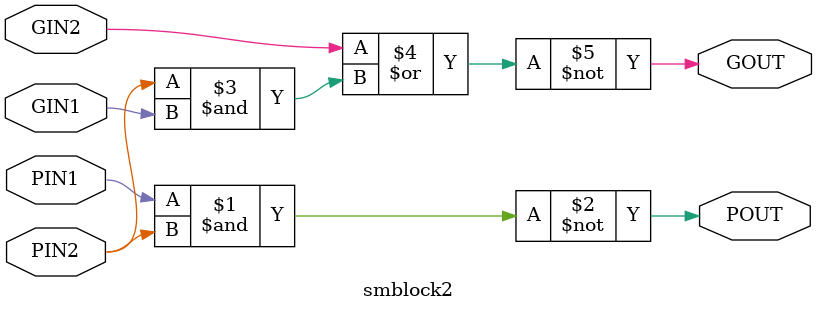
<source format=v>
module smblock2 ( PIN1, PIN2, GIN1, GIN2, POUT, GOUT );
   input  PIN1;
   input  PIN2;
   input  GIN1;
   input  GIN2;
   output POUT;
   output GOUT;
   assign POUT =  ~ (PIN1 & PIN2);
   assign GOUT =  ~ (GIN2 | (PIN2 & GIN1));
endmodule
</source>
